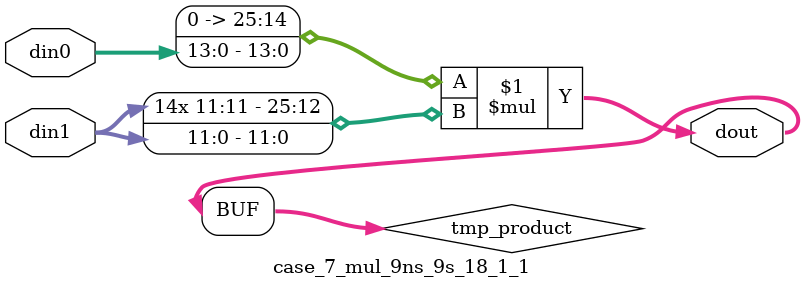
<source format=v>

`timescale 1 ns / 1 ps

 (* use_dsp = "no" *)  module case_7_mul_9ns_9s_18_1_1(din0, din1, dout);
parameter ID = 1;
parameter NUM_STAGE = 0;
parameter din0_WIDTH = 14;
parameter din1_WIDTH = 12;
parameter dout_WIDTH = 26;

input [din0_WIDTH - 1 : 0] din0; 
input [din1_WIDTH - 1 : 0] din1; 
output [dout_WIDTH - 1 : 0] dout;

wire signed [dout_WIDTH - 1 : 0] tmp_product;

























assign tmp_product = $signed({1'b0, din0}) * $signed(din1);










assign dout = tmp_product;





















endmodule

</source>
